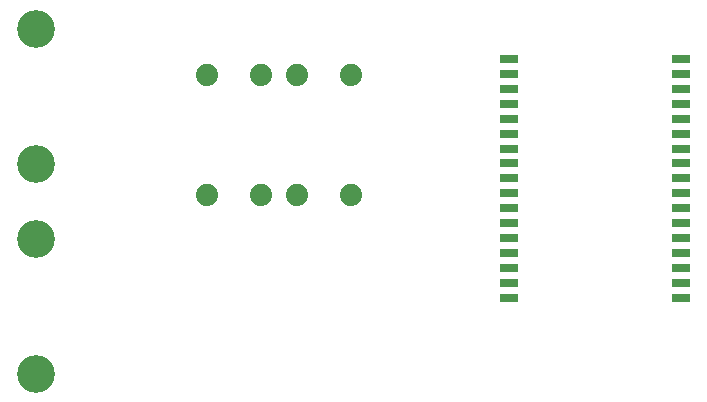
<source format=gtp>
G04 MADE WITH FRITZING*
G04 WWW.FRITZING.ORG*
G04 DOUBLE SIDED*
G04 HOLES PLATED*
G04 CONTOUR ON CENTER OF CONTOUR VECTOR*
%ASAXBY*%
%FSLAX23Y23*%
%MOIN*%
%OFA0B0*%
%SFA1.0B1.0*%
%ADD10C,0.074000*%
%ADD11C,0.125984*%
%ADD12R,0.062992X0.031496*%
%ADD13R,0.001000X0.001000*%
%LNPASTEMASK1*%
G90*
G70*
G54D10*
X1265Y1170D03*
X1087Y1170D03*
X1265Y1170D03*
X1087Y1170D03*
X965Y1170D03*
X787Y1170D03*
X965Y1170D03*
X787Y1170D03*
X1265Y770D03*
X1087Y770D03*
X1265Y770D03*
X1087Y770D03*
X965Y770D03*
X787Y770D03*
X965Y770D03*
X787Y770D03*
G54D11*
X215Y1326D03*
X215Y876D03*
X215Y1326D03*
X215Y876D03*
X215Y626D03*
X215Y176D03*
X215Y626D03*
X215Y176D03*
G54D12*
X1794Y1226D03*
X1794Y1176D03*
X1794Y1126D03*
X1794Y1076D03*
X1794Y1026D03*
X1794Y976D03*
X1794Y926D03*
X1794Y877D03*
X1794Y827D03*
X1794Y777D03*
X1794Y727D03*
X1794Y677D03*
X1794Y627D03*
X1794Y577D03*
X1794Y527D03*
X1794Y477D03*
X1794Y427D03*
X2365Y1226D03*
X2365Y1176D03*
X2365Y1126D03*
X2365Y1076D03*
X2365Y1026D03*
X2365Y976D03*
X2365Y926D03*
X2365Y877D03*
X2365Y827D03*
X2365Y777D03*
X2365Y727D03*
X2365Y677D03*
X2365Y627D03*
X2365Y577D03*
X2365Y527D03*
X2365Y477D03*
X2365Y427D03*
G54D13*
D02*
G04 End of PasteMask1*
M02*
</source>
